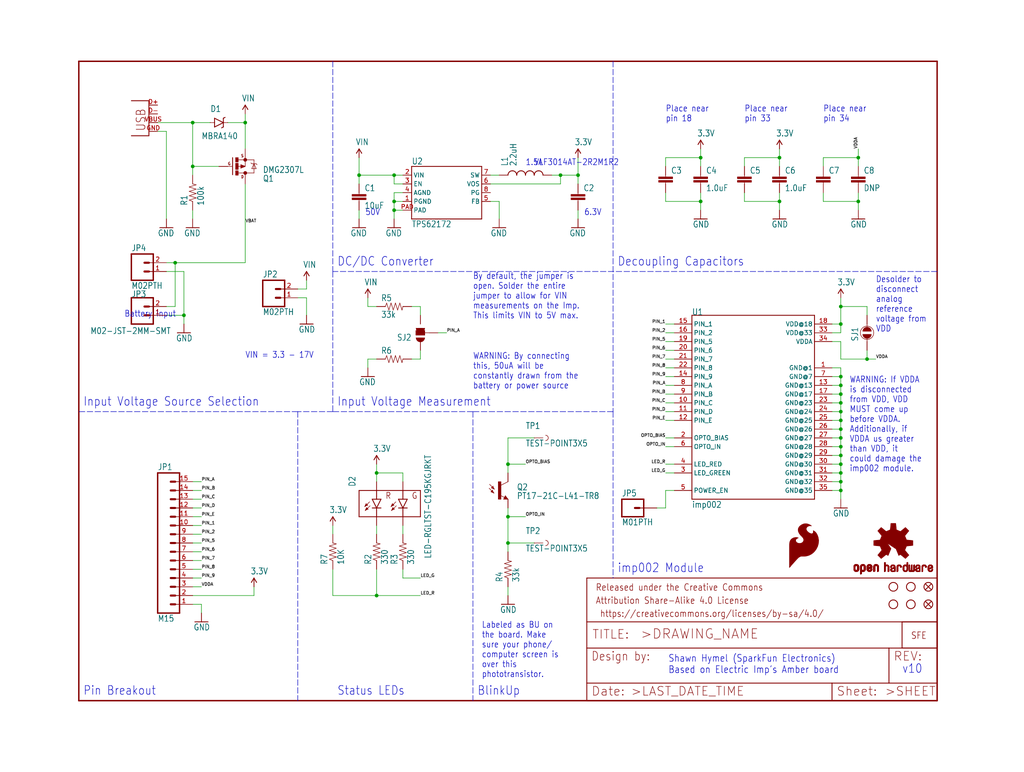
<source format=kicad_sch>
(kicad_sch (version 20211123) (generator eeschema)
  (paper "User" 297.002 223.926)
  (lib_symbols
    (symbol "eagleSchem-eagle-import:1.0UF-16V-10%(0603)"
      (property "Reference" "C" (at 1.524 2.921 0))
      (property "Value" "1.0UF-16V-10%(0603)" (at 1.524 -2.159 0))
      (symbol "1.0UF-16V-10%(0603)_1_0"
        (pin passive line (at 0 5.08 270) (length 2.54) (name "1") (number "1"))
        (pin passive line (at 0 -2.54 90) (length 2.54) (name "2") (number "2"))
      )
    )
    (symbol "eagleSchem-eagle-import:100KOHM1{slash}10W1%(0603)"
      (property "Reference" "R" (at -3.81 1.4986 0))
      (property "Value" "100KOHM1{slash}10W1%(0603)" (at -3.81 -3.302 0))
      (symbol "100KOHM1{slash}10W1%(0603)_1_0"
        (pin passive line (at -5.08 0 0) (length 2.54) (name "1") (number "1"))
        (pin passive line (at 5.08 0 180) (length 2.54) (name "2") (number "2"))
      )
    )
    (symbol "eagleSchem-eagle-import:10KOHM1{slash}10W1%(0603)0603"
      (property "Reference" "R" (at -3.81 1.4986 0))
      (property "Value" "10KOHM1{slash}10W1%(0603)0603" (at -3.81 -3.302 0))
      (symbol "10KOHM1{slash}10W1%(0603)0603_1_0"
        (pin passive line (at -5.08 0 0) (length 2.54) (name "1") (number "1"))
        (pin passive line (at 5.08 0 180) (length 2.54) (name "2") (number "2"))
      )
    )
    (symbol "eagleSchem-eagle-import:3.3V" (power)
      (property "Value" "3.3V" (at -1.016 3.556 0))
      (symbol "3.3V_1_0"
        (pin power_in line (at 0 0 90) (length 2.54) (name "3.3V") (number "1"))
      )
    )
    (symbol "eagleSchem-eagle-import:330OHM1{slash}10W1%(0603)"
      (property "Reference" "R" (at -3.81 1.4986 0))
      (property "Value" "330OHM1{slash}10W1%(0603)" (at -3.81 -3.302 0))
      (symbol "330OHM1{slash}10W1%(0603)_1_0"
        (pin passive line (at -5.08 0 0) (length 2.54) (name "1") (number "1"))
        (pin passive line (at 5.08 0 180) (length 2.54) (name "2") (number "2"))
      )
    )
    (symbol "eagleSchem-eagle-import:33KOHM1{slash}10W1%(0603)"
      (property "Reference" "R" (at -3.81 1.4986 0))
      (property "Value" "33KOHM1{slash}10W1%(0603)" (at -3.81 -3.302 0))
      (symbol "33KOHM1{slash}10W1%(0603)_1_0"
        (pin passive line (at -5.08 0 0) (length 2.54) (name "1") (number "1"))
        (pin passive line (at 5.08 0 180) (length 2.54) (name "2") (number "2"))
      )
    )
    (symbol "eagleSchem-eagle-import:CAP0603-CAP"
      (property "Reference" "C" (at 1.524 2.921 0))
      (property "Value" "CAP0603-CAP" (at 1.524 -2.159 0))
      (symbol "CAP0603-CAP_1_0"
        (pin passive line (at 0 5.08 270) (length 2.54) (name "1") (number "1"))
        (pin passive line (at 0 -2.54 90) (length 2.54) (name "2") (number "2"))
      )
    )
    (symbol "eagleSchem-eagle-import:CAP0805"
      (property "Reference" "C" (at 1.524 2.921 0))
      (property "Value" "CAP0805" (at 1.524 -2.159 0))
      (symbol "CAP0805_1_0"
        (pin passive line (at 0 5.08 270) (length 2.54) (name "1") (number "1"))
        (pin passive line (at 0 -2.54 90) (length 2.54) (name "2") (number "2"))
      )
    )
    (symbol "eagleSchem-eagle-import:CAP1210"
      (property "Reference" "C" (at 1.524 2.921 0))
      (property "Value" "CAP1210" (at 1.524 -2.159 0))
      (symbol "CAP1210_1_0"
        (pin passive line (at 0 5.08 270) (length 2.54) (name "1") (number "1"))
        (pin passive line (at 0 -2.54 90) (length 2.54) (name "2") (number "2"))
      )
    )
    (symbol "eagleSchem-eagle-import:DIODE-SCHOTTKY-MBRA140"
      (property "Reference" "D" (at 2.54 0.4826 0))
      (property "Value" "DIODE-SCHOTTKY-MBRA140" (at 2.54 -2.3114 0))
      (symbol "DIODE-SCHOTTKY-MBRA140_1_0"
        (pin passive line (at -2.54 0 0) (length 0) (name "A") (number "A"))
        (pin passive line (at 2.54 0 180) (length 0) (name "C") (number "C"))
      )
    )
    (symbol "eagleSchem-eagle-import:ELECTRIC_IMP_IMP002"
      (property "Reference" "U" (at -17.78 25.4 0))
      (property "Value" "ELECTRIC_IMP_IMP002" (at -17.78 -30.48 0))
      (symbol "ELECTRIC_IMP_IMP002_1_0"
        (pin bidirectional line (at 22.86 10.16 180) (length 5.08) (name "GND@1") (number "1"))
        (pin bidirectional line (at -22.86 0 0) (length 5.08) (name "PIN_C") (number "10"))
        (pin bidirectional line (at -22.86 -2.54 0) (length 5.08) (name "PIN_D") (number "11"))
        (pin bidirectional line (at -22.86 -5.08 0) (length 5.08) (name "PIN_E") (number "12"))
        (pin bidirectional line (at 22.86 5.08 180) (length 5.08) (name "GND@13") (number "13"))
        (pin bidirectional line (at -22.86 7.62 0) (length 5.08) (name "PIN_9") (number "14"))
        (pin bidirectional line (at -22.86 22.86 0) (length 5.08) (name "PIN_1") (number "15"))
        (pin bidirectional line (at -22.86 20.32 0) (length 5.08) (name "PIN_2") (number "16"))
        (pin bidirectional line (at 22.86 2.54 180) (length 5.08) (name "GND@17") (number "17"))
        (pin bidirectional line (at 22.86 22.86 180) (length 5.08) (name "VDD@18") (number "18"))
        (pin bidirectional line (at -22.86 17.78 0) (length 5.08) (name "PIN_5") (number "19"))
        (pin bidirectional line (at -22.86 -10.16 0) (length 5.08) (name "OPTO_BIAS") (number "2"))
        (pin bidirectional line (at -22.86 15.24 0) (length 5.08) (name "PIN_6") (number "20"))
        (pin bidirectional line (at -22.86 12.7 0) (length 5.08) (name "PIN_7") (number "21"))
        (pin bidirectional line (at -22.86 10.16 0) (length 5.08) (name "PIN_8") (number "22"))
        (pin bidirectional line (at 22.86 0 180) (length 5.08) (name "GND@23") (number "23"))
        (pin bidirectional line (at 22.86 -2.54 180) (length 5.08) (name "GND@24") (number "24"))
        (pin bidirectional line (at 22.86 -5.08 180) (length 5.08) (name "GND@25") (number "25"))
        (pin bidirectional line (at 22.86 -7.62 180) (length 5.08) (name "GND@26") (number "26"))
        (pin bidirectional line (at 22.86 -10.16 180) (length 5.08) (name "GND@27") (number "27"))
        (pin bidirectional line (at 22.86 -12.7 180) (length 5.08) (name "GND@28") (number "28"))
        (pin bidirectional line (at 22.86 -15.24 180) (length 5.08) (name "GND@29") (number "29"))
        (pin bidirectional line (at -22.86 -20.32 0) (length 5.08) (name "LED_GREEN") (number "3"))
        (pin bidirectional line (at 22.86 -17.78 180) (length 5.08) (name "GND@30") (number "30"))
        (pin bidirectional line (at 22.86 -20.32 180) (length 5.08) (name "GND@31") (number "31"))
        (pin bidirectional line (at 22.86 -22.86 180) (length 5.08) (name "GND@32") (number "32"))
        (pin bidirectional line (at 22.86 20.32 180) (length 5.08) (name "VDD@33") (number "33"))
        (pin bidirectional line (at 22.86 17.78 180) (length 5.08) (name "VDDA") (number "34"))
        (pin bidirectional line (at 22.86 -25.4 180) (length 5.08) (name "GND@35") (number "35"))
        (pin bidirectional line (at -22.86 -17.78 0) (length 5.08) (name "LED_RED") (number "4"))
        (pin bidirectional line (at -22.86 -25.4 0) (length 5.08) (name "POWER_EN") (number "5"))
        (pin bidirectional line (at -22.86 -12.7 0) (length 5.08) (name "OPTO_IN") (number "6"))
        (pin bidirectional line (at 22.86 7.62 180) (length 5.08) (name "GND@7") (number "7"))
        (pin bidirectional line (at -22.86 5.08 0) (length 5.08) (name "PIN_A") (number "8"))
        (pin bidirectional line (at -22.86 2.54 0) (length 5.08) (name "PIN_B") (number "9"))
      )
    )
    (symbol "eagleSchem-eagle-import:FIDUCIAL1X2")
    (symbol "eagleSchem-eagle-import:FRAME-LETTER"
      (symbol "FRAME-LETTER_2_0"
        (text " https://creativecommons.org/licenses/by-sa/4.0/" (at 2.54 24.13 0) (effects (font (size 1.9304 1.6408)) (justify left bottom)))
        (text ">DRAWING_NAME" (at 15.494 17.78 0) (effects (font (size 2.7432 2.7432)) (justify left bottom)))
        (text ">LAST_DATE_TIME" (at 12.7 1.27 0) (effects (font (size 2.54 2.54)) (justify left bottom)))
        (text ">SHEET" (at 86.36 1.27 0) (effects (font (size 2.54 2.54)) (justify left bottom)))
        (text "Attribution Share-Alike 4.0 License" (at 2.54 27.94 0) (effects (font (size 1.9304 1.6408)) (justify left bottom)))
        (text "Date:" (at 1.27 1.27 0) (effects (font (size 2.54 2.54)) (justify left bottom)))
        (text "Design by:" (at 1.27 11.43 0) (effects (font (size 2.54 2.159)) (justify left bottom)))
        (text "Released under the Creative Commons" (at 2.54 31.75 0) (effects (font (size 1.9304 1.6408)) (justify left bottom)))
        (text "REV:" (at 88.9 11.43 0) (effects (font (size 2.54 2.54)) (justify left bottom)))
        (text "Sheet:" (at 72.39 1.27 0) (effects (font (size 2.54 2.54)) (justify left bottom)))
        (text "TITLE:" (at 1.524 17.78 0) (effects (font (size 2.54 2.54)) (justify left bottom)))
      )
    )
    (symbol "eagleSchem-eagle-import:GND" (power)
      (property "Value" "GND" (at -2.54 -2.54 0))
      (symbol "GND_1_0"
        (pin power_in line (at 0 2.54 270) (length 2.54) (name "GND") (number "1"))
      )
    )
    (symbol "eagleSchem-eagle-import:INDUCTORVLF4012A"
      (property "Reference" "L" (at 2.54 5.08 0))
      (property "Value" "INDUCTORVLF4012A" (at 2.54 -5.08 0))
      (symbol "INDUCTORVLF4012A_1_0"
        (pin passive line (at 0 7.62 270) (length 2.54) (name "1") (number "P$1"))
        (pin passive line (at 0 -7.62 90) (length 2.54) (name "2") (number "P$2"))
      )
    )
    (symbol "eagleSchem-eagle-import:JUMPER-PAD-2-NC_BY_PASTE"
      (property "Reference" "SJ" (at -2.54 2.54 0))
      (property "Value" "JUMPER-PAD-2-NC_BY_PASTE" (at -2.54 -5.08 0))
      (symbol "JUMPER-PAD-2-NC_BY_PASTE_1_0"
        (pin passive line (at -5.08 0 0) (length 2.54) (name "1") (number "1"))
        (pin passive line (at 5.08 0 180) (length 2.54) (name "2") (number "2"))
      )
    )
    (symbol "eagleSchem-eagle-import:JUMPER-PAD-3-NOFULL_BOX_SILK"
      (property "Reference" "SJ" (at 2.54 0.381 0))
      (property "Value" "JUMPER-PAD-3-NOFULL_BOX_SILK" (at 2.54 -1.905 0))
      (symbol "JUMPER-PAD-3-NOFULL_BOX_SILK_1_0"
        (pin passive line (at 0 5.08 270) (length 2.54) (name "1") (number "1"))
        (pin passive line (at -5.08 0 0) (length 2.54) (name "2") (number "2"))
        (pin passive line (at 0 -5.08 90) (length 2.54) (name "3") (number "3"))
      )
    )
    (symbol "eagleSchem-eagle-import:LED-RGLTST-C195KGJRKT"
      (property "Reference" "D" (at 13.716 -4.572 90))
      (property "Value" "LED-RGLTST-C195KGJRKT" (at 15.875 -4.572 90))
      (symbol "LED-RGLTST-C195KGJRKT_1_0"
        (text "G" (at 7.62 0 0) (effects (font (size 1.778 1.5113)) (justify left bottom)))
        (text "R" (at 0 0 0) (effects (font (size 1.778 1.5113)) (justify left bottom)))
        (pin passive line (at 5.08 5.08 270) (length 2.54) (name "GA") (number "P$1"))
        (pin passive line (at -2.54 5.08 270) (length 2.54) (name "RA") (number "P$2"))
        (pin passive line (at 5.08 -7.62 90) (length 2.54) (name "GC") (number "P$3"))
        (pin passive line (at -2.54 -7.62 90) (length 2.54) (name "RC") (number "P$4"))
      )
    )
    (symbol "eagleSchem-eagle-import:M01PTH"
      (property "Reference" "JP" (at -2.54 3.302 0))
      (property "Value" "M01PTH" (at -2.54 -5.08 0))
      (symbol "M01PTH_1_0"
        (pin passive line (at 7.62 0 180) (length 5.08) (name "1") (number "1"))
      )
    )
    (symbol "eagleSchem-eagle-import:M02-JST-2MM-SMT"
      (property "Reference" "JP" (at -2.54 5.842 0))
      (property "Value" "M02-JST-2MM-SMT" (at -2.54 -5.08 0))
      (symbol "M02-JST-2MM-SMT_1_0"
        (pin passive line (at 7.62 2.54 180) (length 5.08) (name "2") (number "1"))
        (pin passive line (at 7.62 0 180) (length 5.08) (name "1") (number "2"))
      )
    )
    (symbol "eagleSchem-eagle-import:M02PTH"
      (property "Reference" "JP" (at -2.54 5.842 0))
      (property "Value" "M02PTH" (at -2.54 -5.08 0))
      (symbol "M02PTH_1_0"
        (pin passive line (at 7.62 0 180) (length 5.08) (name "1") (number "1"))
        (pin passive line (at 7.62 2.54 180) (length 5.08) (name "2") (number "2"))
      )
    )
    (symbol "eagleSchem-eagle-import:M15"
      (property "Reference" "JP" (at 0 21.082 0))
      (property "Value" "M15" (at 0 -22.86 0))
      (symbol "M15_1_0"
        (pin passive line (at 10.16 -17.78 180) (length 5.08) (name "1") (number "1"))
        (pin passive line (at 10.16 5.08 180) (length 5.08) (name "10") (number "10"))
        (pin passive line (at 10.16 7.62 180) (length 5.08) (name "11") (number "11"))
        (pin passive line (at 10.16 10.16 180) (length 5.08) (name "12") (number "12"))
        (pin passive line (at 10.16 12.7 180) (length 5.08) (name "13") (number "13"))
        (pin passive line (at 10.16 15.24 180) (length 5.08) (name "14") (number "14"))
        (pin passive line (at 10.16 17.78 180) (length 5.08) (name "15") (number "15"))
        (pin passive line (at 10.16 -15.24 180) (length 5.08) (name "2") (number "2"))
        (pin passive line (at 10.16 -12.7 180) (length 5.08) (name "3") (number "3"))
        (pin passive line (at 10.16 -10.16 180) (length 5.08) (name "4") (number "4"))
        (pin passive line (at 10.16 -7.62 180) (length 5.08) (name "5") (number "5"))
        (pin passive line (at 10.16 -5.08 180) (length 5.08) (name "6") (number "6"))
        (pin passive line (at 10.16 -2.54 180) (length 5.08) (name "7") (number "7"))
        (pin passive line (at 10.16 0 180) (length 5.08) (name "8") (number "8"))
        (pin passive line (at 10.16 2.54 180) (length 5.08) (name "9") (number "9"))
      )
    )
    (symbol "eagleSchem-eagle-import:MOSFET-PCHANNELDMG2307L"
      (property "Reference" "Q" (at 5.08 2.54 0))
      (property "Value" "MOSFET-PCHANNELDMG2307L" (at 5.08 0 0))
      (symbol "MOSFET-PCHANNELDMG2307L_1_0"
        (text "D" (at -1.27 2.54 0) (effects (font (size 0.8128 0.6908)) (justify left bottom)))
        (text "G" (at -5.08 -1.27 0) (effects (font (size 0.8128 0.6908)) (justify left bottom)))
        (text "S" (at -1.27 -3.556 0) (effects (font (size 0.8128 0.6908)) (justify left bottom)))
        (pin passive line (at -7.62 0 0) (length 2.54) (name "G") (number "1"))
        (pin passive line (at 0 -5.08 90) (length 2.54) (name "S") (number "2"))
        (pin passive line (at 0 5.08 270) (length 2.54) (name "D") (number "3"))
      )
    )
    (symbol "eagleSchem-eagle-import:OSHW-LOGOS")
    (symbol "eagleSchem-eagle-import:PHOTOTRANSISTORPT17-21C-L41-TR8"
      (property "Reference" "Q" (at 5.08 0 0))
      (property "Value" "PHOTOTRANSISTORPT17-21C-L41-TR8" (at 5.08 -2.54 0))
      (symbol "PHOTOTRANSISTORPT17-21C-L41-TR8_1_0"
        (pin passive line (at 2.54 5.08 270) (length 2.54) (name "C") (number "C"))
        (pin passive line (at 2.54 -5.08 90) (length 2.54) (name "E") (number "E"))
      )
    )
    (symbol "eagleSchem-eagle-import:RESISTOR0603"
      (property "Reference" "R" (at -3.81 1.4986 0))
      (property "Value" "RESISTOR0603" (at -3.81 -3.302 0))
      (symbol "RESISTOR0603_1_0"
        (pin passive line (at -5.08 0 0) (length 2.54) (name "1") (number "1"))
        (pin passive line (at 5.08 0 180) (length 2.54) (name "2") (number "2"))
      )
    )
    (symbol "eagleSchem-eagle-import:SFE_LOGO_FLAME.1_INCH")
    (symbol "eagleSchem-eagle-import:SFE_LOGO_NAME_WEB"
      (symbol "SFE_LOGO_NAME_WEB_1_0"
        (text "SFE" (at 0 0 0) (effects (font (size 1.9304 1.6408)) (justify left bottom)))
      )
    )
    (symbol "eagleSchem-eagle-import:STAND-OFF")
    (symbol "eagleSchem-eagle-import:TEST-POINT3X5"
      (property "Reference" "TP" (at -2.54 2.54 0))
      (property "Value" "TEST-POINT3X5" (at -2.54 -2.54 0))
      (symbol "TEST-POINT3X5_1_0"
        (pin bidirectional line (at 0 0 180) (length 0) (name "1") (number "P$1"))
      )
    )
    (symbol "eagleSchem-eagle-import:TPS62172"
      (property "Reference" "U" (at -10.16 8.128 0))
      (property "Value" "TPS62172" (at -10.16 -8.128 0))
      (symbol "TPS62172_1_0"
        (pin bidirectional line (at -12.7 -2.54 0) (length 2.54) (name "PGND") (number "1"))
        (pin bidirectional line (at -12.7 5.08 0) (length 2.54) (name "VIN") (number "2"))
        (pin bidirectional line (at -12.7 2.54 0) (length 2.54) (name "EN") (number "3"))
        (pin bidirectional line (at -12.7 0 0) (length 2.54) (name "AGND") (number "4"))
        (pin bidirectional line (at 12.7 -2.54 180) (length 2.54) (name "FB") (number "5"))
        (pin bidirectional line (at 12.7 2.54 180) (length 2.54) (name "VOS") (number "6"))
        (pin bidirectional line (at 12.7 5.08 180) (length 2.54) (name "SW") (number "7"))
        (pin bidirectional line (at 12.7 0 180) (length 2.54) (name "PG") (number "8"))
        (pin bidirectional line (at -12.7 -5.08 0) (length 2.54) (name "PAD") (number "PAD"))
      )
    )
    (symbol "eagleSchem-eagle-import:USBSMD"
      (symbol "USBSMD_1_0"
        (text "USB" (at 3.81 0 900) (effects (font (size 2.54 2.159)) (justify left bottom)))
        (pin bidirectional line (at -2.54 7.62 0) (length 2.54) (name "D+") (number "D+"))
        (pin bidirectional line (at -2.54 5.08 0) (length 2.54) (name "D-") (number "D-"))
        (pin bidirectional line (at -2.54 0 0) (length 2.54) (name "GND") (number "GND"))
        (pin bidirectional line (at -2.54 2.54 0) (length 2.54) (name "VBUS") (number "VBUS"))
      )
    )
    (symbol "eagleSchem-eagle-import:VIN" (power)
      (property "Value" "VIN" (at -1.016 3.556 0))
      (symbol "VIN_1_0"
        (pin power_in line (at 0 0 90) (length 2.54) (name "VIN") (number "1"))
      )
    )
  )
  (junction (at 248.92 58.42))
  (junction (at 147.32 134.62))
  (junction (at 243.84 139.7))
  (junction (at 162.56 50.8))
  (junction (at 114.3 58.42))
  (junction (at 243.84 124.46))
  (junction (at 243.84 121.92))
  (junction (at 109.22 137.16))
  (junction (at 243.84 93.98))
  (junction (at 203.2 58.42))
  (junction (at 243.84 127))
  (junction (at 248.92 45.72))
  (junction (at 147.32 157.48))
  (junction (at 50.8 76.2))
  (junction (at 243.84 132.08))
  (junction (at 104.14 50.8))
  (junction (at 53.34 91.44))
  (junction (at 243.84 109.22))
  (junction (at 147.32 149.86))
  (junction (at 167.64 50.8))
  (junction (at 114.3 50.8))
  (junction (at 114.3 60.96))
  (junction (at 55.88 48.26))
  (junction (at 243.84 111.76))
  (junction (at 226.06 58.42))
  (junction (at 251.46 104.14))
  (junction (at 243.84 114.3))
  (junction (at 243.84 142.24))
  (junction (at 226.06 45.72))
  (junction (at 243.84 129.54))
  (junction (at 243.84 134.62))
  (junction (at 243.84 116.84))
  (junction (at 243.84 137.16))
  (junction (at 243.84 88.9))
  (junction (at 243.84 119.38))
  (junction (at 203.2 45.72))
  (junction (at 109.22 172.72))
  (junction (at 55.88 35.56))
  (junction (at 71.12 35.56))
  (wire (pts (xy 241.3 93.98) (xy 243.84 93.98)))
  (wire (pts (xy 241.3 121.92) (xy 243.84 121.92)))
  (wire (pts (xy 226.06 45.72) (xy 226.06 43.18)))
  (wire (pts (xy 195.58 121.92) (xy 193.04 121.92)))
  (wire (pts (xy 195.58 137.16) (xy 193.04 137.16)))
  (wire (pts (xy 226.06 58.42) (xy 226.06 55.88)))
  (wire (pts (xy 142.24 53.34) (xy 162.56 53.34)))
  (wire (pts (xy 243.84 121.92) (xy 243.84 124.46)))
  (wire (pts (xy 55.88 144.78) (xy 58.42 144.78)))
  (wire (pts (xy 241.3 137.16) (xy 243.84 137.16)))
  (wire (pts (xy 116.84 137.16) (xy 116.84 139.7)))
  (wire (pts (xy 241.3 142.24) (xy 243.84 142.24)))
  (wire (pts (xy 251.46 88.9) (xy 251.46 91.44)))
  (wire (pts (xy 58.42 160.02) (xy 55.88 160.02)))
  (polyline (pts (xy 177.8 119.38) (xy 137.16 119.38)))
  (wire (pts (xy 195.58 116.84) (xy 193.04 116.84)))
  (wire (pts (xy 144.78 58.42) (xy 144.78 63.5)))
  (wire (pts (xy 114.3 50.8) (xy 104.14 50.8)))
  (wire (pts (xy 73.66 172.72) (xy 73.66 170.18)))
  (wire (pts (xy 238.76 48.26) (xy 238.76 45.72)))
  (polyline (pts (xy 177.8 17.78) (xy 177.8 119.38)))
  (polyline (pts (xy 177.8 119.38) (xy 177.8 167.64)))
  (wire (pts (xy 147.32 149.86) (xy 147.32 157.48)))
  (wire (pts (xy 162.56 50.8) (xy 167.64 50.8)))
  (wire (pts (xy 241.3 132.08) (xy 243.84 132.08)))
  (wire (pts (xy 58.42 175.26) (xy 58.42 177.8)))
  (wire (pts (xy 243.84 116.84) (xy 243.84 119.38)))
  (wire (pts (xy 104.14 50.8) (xy 104.14 45.72)))
  (wire (pts (xy 66.04 35.56) (xy 71.12 35.56)))
  (wire (pts (xy 86.36 86.36) (xy 88.9 86.36)))
  (wire (pts (xy 147.32 149.86) (xy 152.4 149.86)))
  (wire (pts (xy 203.2 45.72) (xy 203.2 43.18)))
  (wire (pts (xy 114.3 58.42) (xy 114.3 60.96)))
  (wire (pts (xy 243.84 139.7) (xy 243.84 142.24)))
  (wire (pts (xy 215.9 55.88) (xy 215.9 58.42)))
  (wire (pts (xy 167.64 63.5) (xy 167.64 60.96)))
  (wire (pts (xy 195.58 104.14) (xy 193.04 104.14)))
  (wire (pts (xy 114.3 53.34) (xy 114.3 50.8)))
  (wire (pts (xy 119.38 88.9) (xy 121.92 88.9)))
  (wire (pts (xy 58.42 175.26) (xy 55.88 175.26)))
  (wire (pts (xy 147.32 127) (xy 147.32 134.62)))
  (wire (pts (xy 147.32 157.48) (xy 147.32 160.02)))
  (wire (pts (xy 114.3 55.88) (xy 114.3 58.42)))
  (wire (pts (xy 48.26 76.2) (xy 50.8 76.2)))
  (wire (pts (xy 71.12 76.2) (xy 71.12 53.34)))
  (wire (pts (xy 238.76 45.72) (xy 248.92 45.72)))
  (wire (pts (xy 243.84 119.38) (xy 243.84 121.92)))
  (wire (pts (xy 243.84 132.08) (xy 243.84 134.62)))
  (wire (pts (xy 243.84 127) (xy 243.84 129.54)))
  (wire (pts (xy 109.22 137.16) (xy 116.84 137.16)))
  (wire (pts (xy 195.58 106.68) (xy 193.04 106.68)))
  (wire (pts (xy 116.84 152.4) (xy 116.84 154.94)))
  (wire (pts (xy 241.3 114.3) (xy 243.84 114.3)))
  (wire (pts (xy 45.72 38.1) (xy 48.26 38.1)))
  (wire (pts (xy 86.36 83.82) (xy 88.9 83.82)))
  (wire (pts (xy 193.04 147.32) (xy 190.5 147.32)))
  (polyline (pts (xy 96.52 78.74) (xy 96.52 119.38)))
  (polyline (pts (xy 86.36 119.38) (xy 86.36 203.2)))
  (wire (pts (xy 48.26 38.1) (xy 48.26 63.5)))
  (polyline (pts (xy 96.52 119.38) (xy 86.36 119.38)))
  (wire (pts (xy 243.84 99.06) (xy 243.84 104.14)))
  (wire (pts (xy 162.56 53.34) (xy 162.56 50.8)))
  (wire (pts (xy 251.46 104.14) (xy 254 104.14)))
  (wire (pts (xy 147.32 137.16) (xy 147.32 134.62)))
  (wire (pts (xy 238.76 58.42) (xy 248.92 58.42)))
  (wire (pts (xy 71.12 35.56) (xy 71.12 43.18)))
  (wire (pts (xy 55.88 147.32) (xy 58.42 147.32)))
  (wire (pts (xy 50.8 76.2) (xy 71.12 76.2)))
  (wire (pts (xy 243.84 93.98) (xy 243.84 88.9)))
  (wire (pts (xy 55.88 149.86) (xy 58.42 149.86)))
  (wire (pts (xy 71.12 35.56) (xy 71.12 33.02)))
  (wire (pts (xy 167.64 50.8) (xy 167.64 45.72)))
  (wire (pts (xy 195.58 101.6) (xy 193.04 101.6)))
  (wire (pts (xy 243.84 142.24) (xy 243.84 144.78)))
  (wire (pts (xy 127 96.52) (xy 129.54 96.52)))
  (wire (pts (xy 248.92 45.72) (xy 248.92 48.26)))
  (wire (pts (xy 193.04 48.26) (xy 193.04 45.72)))
  (wire (pts (xy 48.26 91.44) (xy 53.34 91.44)))
  (wire (pts (xy 96.52 154.94) (xy 96.52 152.4)))
  (wire (pts (xy 55.88 139.7) (xy 58.42 139.7)))
  (wire (pts (xy 53.34 78.74) (xy 53.34 91.44)))
  (wire (pts (xy 109.22 104.14) (xy 106.68 104.14)))
  (wire (pts (xy 241.3 134.62) (xy 243.84 134.62)))
  (wire (pts (xy 243.84 124.46) (xy 243.84 127)))
  (wire (pts (xy 195.58 96.52) (xy 193.04 96.52)))
  (wire (pts (xy 106.68 86.36) (xy 106.68 88.9)))
  (wire (pts (xy 114.3 60.96) (xy 114.3 63.5)))
  (wire (pts (xy 109.22 139.7) (xy 109.22 137.16)))
  (wire (pts (xy 193.04 142.24) (xy 193.04 147.32)))
  (wire (pts (xy 193.04 58.42) (xy 203.2 58.42)))
  (polyline (pts (xy 137.16 119.38) (xy 137.16 203.2)))
  (wire (pts (xy 241.3 99.06) (xy 243.84 99.06)))
  (wire (pts (xy 88.9 83.82) (xy 88.9 81.28)))
  (wire (pts (xy 58.42 170.18) (xy 55.88 170.18)))
  (wire (pts (xy 109.22 152.4) (xy 109.22 154.94)))
  (wire (pts (xy 215.9 48.26) (xy 215.9 45.72)))
  (wire (pts (xy 195.58 142.24) (xy 193.04 142.24)))
  (wire (pts (xy 243.84 109.22) (xy 243.84 111.76)))
  (wire (pts (xy 116.84 165.1) (xy 116.84 167.64)))
  (wire (pts (xy 58.42 162.56) (xy 55.88 162.56)))
  (wire (pts (xy 243.84 88.9) (xy 251.46 88.9)))
  (wire (pts (xy 243.84 111.76) (xy 243.84 114.3)))
  (wire (pts (xy 243.84 137.16) (xy 243.84 139.7)))
  (wire (pts (xy 116.84 58.42) (xy 114.3 58.42)))
  (wire (pts (xy 243.84 104.14) (xy 251.46 104.14)))
  (wire (pts (xy 243.84 134.62) (xy 243.84 137.16)))
  (wire (pts (xy 50.8 88.9) (xy 48.26 88.9)))
  (wire (pts (xy 109.22 137.16) (xy 109.22 134.62)))
  (wire (pts (xy 147.32 147.32) (xy 147.32 149.86)))
  (wire (pts (xy 195.58 109.22) (xy 193.04 109.22)))
  (wire (pts (xy 195.58 129.54) (xy 193.04 129.54)))
  (wire (pts (xy 53.34 91.44) (xy 53.34 93.98)))
  (wire (pts (xy 241.3 116.84) (xy 243.84 116.84)))
  (wire (pts (xy 104.14 53.34) (xy 104.14 50.8)))
  (wire (pts (xy 58.42 154.94) (xy 55.88 154.94)))
  (wire (pts (xy 215.9 45.72) (xy 226.06 45.72)))
  (wire (pts (xy 251.46 104.14) (xy 251.46 101.6)))
  (wire (pts (xy 193.04 55.88) (xy 193.04 58.42)))
  (wire (pts (xy 147.32 170.18) (xy 147.32 172.72)))
  (wire (pts (xy 203.2 58.42) (xy 203.2 60.96)))
  (wire (pts (xy 162.56 50.8) (xy 160.02 50.8)))
  (wire (pts (xy 238.76 55.88) (xy 238.76 58.42)))
  (wire (pts (xy 116.84 55.88) (xy 114.3 55.88)))
  (wire (pts (xy 116.84 50.8) (xy 114.3 50.8)))
  (wire (pts (xy 55.88 172.72) (xy 73.66 172.72)))
  (wire (pts (xy 241.3 119.38) (xy 243.84 119.38)))
  (wire (pts (xy 248.92 58.42) (xy 248.92 55.88)))
  (wire (pts (xy 55.88 142.24) (xy 58.42 142.24)))
  (wire (pts (xy 226.06 45.72) (xy 226.06 48.26)))
  (polyline (pts (xy 137.16 119.38) (xy 96.52 119.38)))
  (wire (pts (xy 63.5 48.26) (xy 55.88 48.26)))
  (wire (pts (xy 241.3 106.68) (xy 243.84 106.68)))
  (wire (pts (xy 147.32 134.62) (xy 152.4 134.62)))
  (wire (pts (xy 243.84 88.9) (xy 243.84 86.36)))
  (wire (pts (xy 109.22 165.1) (xy 109.22 172.72)))
  (wire (pts (xy 50.8 88.9) (xy 50.8 76.2)))
  (wire (pts (xy 55.88 50.8) (xy 55.88 48.26)))
  (wire (pts (xy 121.92 101.6) (xy 121.92 104.14)))
  (wire (pts (xy 243.84 106.68) (xy 243.84 109.22)))
  (wire (pts (xy 154.94 157.48) (xy 147.32 157.48)))
  (wire (pts (xy 241.3 127) (xy 243.84 127)))
  (wire (pts (xy 144.78 58.42) (xy 142.24 58.42)))
  (wire (pts (xy 248.92 58.42) (xy 248.92 60.96)))
  (wire (pts (xy 55.88 48.26) (xy 55.88 35.56)))
  (polyline (pts (xy 271.78 78.74) (xy 96.52 78.74)))
  (wire (pts (xy 195.58 114.3) (xy 193.04 114.3)))
  (wire (pts (xy 58.42 157.48) (xy 55.88 157.48)))
  (wire (pts (xy 195.58 127) (xy 193.04 127)))
  (wire (pts (xy 121.92 104.14) (xy 119.38 104.14)))
  (wire (pts (xy 241.3 96.52) (xy 243.84 96.52)))
  (wire (pts (xy 243.84 129.54) (xy 243.84 132.08)))
  (wire (pts (xy 106.68 88.9) (xy 109.22 88.9)))
  (wire (pts (xy 203.2 58.42) (xy 203.2 55.88)))
  (wire (pts (xy 195.58 119.38) (xy 193.04 119.38)))
  (wire (pts (xy 106.68 104.14) (xy 106.68 106.68)))
  (wire (pts (xy 195.58 111.76) (xy 193.04 111.76)))
  (wire (pts (xy 116.84 60.96) (xy 114.3 60.96)))
  (wire (pts (xy 195.58 134.62) (xy 193.04 134.62)))
  (wire (pts (xy 55.88 60.96) (xy 55.88 63.5)))
  (wire (pts (xy 116.84 53.34) (xy 114.3 53.34)))
  (wire (pts (xy 96.52 172.72) (xy 96.52 165.1)))
  (wire (pts (xy 241.3 109.22) (xy 243.84 109.22)))
  (wire (pts (xy 116.84 167.64) (xy 121.92 167.64)))
  (wire (pts (xy 241.3 124.46) (xy 243.84 124.46)))
  (wire (pts (xy 248.92 45.72) (xy 248.92 43.18)))
  (wire (pts (xy 226.06 58.42) (xy 226.06 60.96)))
  (wire (pts (xy 45.72 35.56) (xy 55.88 35.56)))
  (wire (pts (xy 215.9 58.42) (xy 226.06 58.42)))
  (wire (pts (xy 241.3 111.76) (xy 243.84 111.76)))
  (wire (pts (xy 55.88 35.56) (xy 60.96 35.56)))
  (wire (pts (xy 58.42 165.1) (xy 55.88 165.1)))
  (wire (pts (xy 167.64 53.34) (xy 167.64 50.8)))
  (wire (pts (xy 109.22 172.72) (xy 96.52 172.72)))
  (wire (pts (xy 243.84 96.52) (xy 243.84 93.98)))
  (wire (pts (xy 88.9 86.36) (xy 88.9 91.44)))
  (wire (pts (xy 58.42 152.4) (xy 55.88 152.4)))
  (wire (pts (xy 195.58 99.06) (xy 193.04 99.06)))
  (wire (pts (xy 104.14 63.5) (xy 104.14 60.96)))
  (polyline (pts (xy 86.36 119.38) (xy 22.86 119.38)))
  (wire (pts (xy 193.04 45.72) (xy 203.2 45.72)))
  (wire (pts (xy 241.3 139.7) (xy 243.84 139.7)))
  (wire (pts (xy 48.26 78.74) (xy 53.34 78.74)))
  (wire (pts (xy 58.42 167.64) (xy 55.88 167.64)))
  (wire (pts (xy 142.24 50.8) (xy 144.78 50.8)))
  (wire (pts (xy 109.22 172.72) (xy 121.92 172.72)))
  (polyline (pts (xy 96.52 17.78) (xy 96.52 78.74)))
  (wire (pts (xy 154.94 127) (xy 147.32 127)))
  (wire (pts (xy 121.92 88.9) (xy 121.92 91.44)))
  (wire (pts (xy 243.84 114.3) (xy 243.84 116.84)))
  (wire (pts (xy 203.2 48.26) (xy 203.2 45.72)))
  (wire (pts (xy 241.3 129.54) (xy 243.84 129.54)))
  (wire (pts (xy 195.58 93.98) (xy 193.04 93.98)))
  (text "Status LEDs" (at 97.79 201.93 180) (effects (font (size 2.54 2.159)) (justify left bottom)))
  (text "VLF3014AT-2R2M1R2" (at 154.94 48.26 180) (effects (font (size 1.778 1.5113)) (justify left bottom)))
  (text "1.5A" (at 152.4 48.26 180) (effects (font (size 1.778 1.5113)) (justify left bottom)))
  (text "DC/DC Converter" (at 97.79 77.47 180) (effects (font (size 2.54 2.159)) (justify left bottom)))
  (text "Decoupling Capacitors" (at 179.07 77.47 180) (effects (font (size 2.54 2.159)) (justify left bottom)))
  (text "Pin Breakout" (at 24.13 201.93 180) (effects (font (size 2.54 2.159)) (justify left bottom)))
  (text "WARNING: If VDDA\nis disconnected\nfrom VDD, VDD\nMUST come up\nbefore VDDA.\nAdditionally, if\nVDDA us greater\nthan VDD, it\ncould damage the\nimp002 module." (at 246.38 109.22 0) (effects (font (size 1.778 1.5113)) (justify left top)))
  (text "Labeled as BU on\nthe board. Make\nsure your phone/\ncomputer screen is\nover this\nphototransistor." (at 139.7 180.34 0) (effects (font (size 1.778 1.5113)) (justify left top)))
  (text "Battery Input" (at 36.068 92.202 180) (effects (font (size 1.778 1.5113)) (justify left bottom)))
  (text "6.3V" (at 169.418 62.738 180) (effects (font (size 1.778 1.5113)) (justify left bottom)))
  (text "Input Voltage Measurement" (at 97.79 118.11 180) (effects (font (size 2.54 2.159)) (justify left bottom)))
  (text "50V" (at 105.918 62.738 180) (effects (font (size 1.778 1.5113)) (justify left bottom)))
  (text "WARNING: By connecting\nthis, 50uA will be\nconstantly drawn from the\nbattery or power source" (at 137.16 113.03 0) (effects (font (size 1.778 1.5113)) (justify left bottom)))
  (text "v10" (at 261.62 195.58 180) (effects (font (size 2.54 2.159)) (justify left bottom)))
  (text "Input Voltage Source Selection" (at 24.13 118.11 180) (effects (font (size 2.54 2.159)) (justify left bottom)))
  (text "Place near\npin 18" (at 193.04 35.56 180) (effects (font (size 1.778 1.5113)) (justify left bottom)))
  (text "Desolder to\ndisconnect\nanalog\nreference\nvoltage from\nVDD" (at 254 96.52 0) (effects (font (size 1.778 1.5113)) (justify left bottom)))
  (text "Place near\npin 34" (at 238.76 35.56 180) (effects (font (size 1.778 1.5113)) (justify left bottom)))
  (text "Place near\npin 33" (at 215.9 35.56 180) (effects (font (size 1.778 1.5113)) (justify left bottom)))
  (text "Shawn Hymel (SparkFun Electronics)\nBased on Electric Imp's Amber board" (at 193.802 195.58 0) (effects (font (size 2.032 1.7272)) (justify left bottom)))
  (text "BlinkUp" (at 138.43 201.93 180) (effects (font (size 2.54 2.159)) (justify left bottom)))
  (text "imp002 Module" (at 179.07 166.37 180) (effects (font (size 2.54 2.159)) (justify left bottom)))
  (text "By default, the jumper is\nopen. Solder the entire\njumper to allow for VIN\nmeasurements on the Imp.\nThis limits VIN to 5V max." (at 137.16 92.71 0) (effects (font (size 1.778 1.5113)) (justify left bottom)))
  (text "VIN = 3.3 - 17V" (at 71.12 104.14 180) (effects (font (size 1.778 1.5113)) (justify left bottom)))
  (label "PIN_5" (at 58.42 157.48 0) (effects (font (size 0.889 0.889))))
  (label "VDDA" (at 58.42 170.18 0) (effects (font (size 0.889 0.889))))
  (label "OPTO_BIAS" (at 193.04 127 180) (effects (font (size 0.889 0.889))))
  (label "VDDA" (at 248.92 43.18 90) (effects (font (size 0.889 0.889))))
  (label "PIN_9" (at 193.04 109.22 180) (effects (font (size 0.889 0.889))))
  (label "VDDA" (at 254 104.14 0) (effects (font (size 0.889 0.889))))
  (label "PIN_E" (at 58.42 149.86 0) (effects (font (size 0.889 0.889))))
  (label "OPTO_BIAS" (at 152.4 134.62 0) (effects (font (size 0.889 0.889))))
  (label "PIN_D" (at 193.04 119.38 180) (effects (font (size 0.889 0.889))))
  (label "PIN_A" (at 193.04 111.76 180) (effects (font (size 0.889 0.889))))
  (label "PIN_1" (at 58.42 152.4 0) (effects (font (size 0.889 0.889))))
  (label "PIN_1" (at 193.04 93.98 180) (effects (font (size 0.889 0.889))))
  (label "PIN_C" (at 58.42 144.78 0) (effects (font (size 0.889 0.889))))
  (label "PIN_6" (at 58.42 160.02 0) (effects (font (size 0.889 0.889))))
  (label "PIN_8" (at 58.42 165.1 0) (effects (font (size 0.889 0.889))))
  (label "LED_R" (at 121.92 172.72 0) (effects (font (size 0.889 0.889))))
  (label "PIN_2" (at 193.04 96.52 180) (effects (font (size 0.889 0.889))))
  (label "PIN_B" (at 58.42 142.24 0) (effects (font (size 0.889 0.889))))
  (label "OPTO_IN" (at 193.04 129.54 180) (effects (font (size 0.889 0.889))))
  (label "PIN_D" (at 58.42 147.32 0) (effects (font (size 0.889 0.889))))
  (label "VBAT" (at 71.12 64.77 0) (effects (font (size 0.889 0.889))))
  (label "PIN_A" (at 129.54 96.52 0) (effects (font (size 0.889 0.889))))
  (label "PIN_7" (at 58.42 162.56 0) (effects (font (size 0.889 0.889))))
  (label "PIN_C" (at 193.04 116.84 180) (effects (font (size 0.889 0.889))))
  (label "PIN_7" (at 193.04 104.14 180) (effects (font (size 0.889 0.889))))
  (label "PIN_B" (at 193.04 114.3 180) (effects (font (size 0.889 0.889))))
  (label "PIN_5" (at 193.04 99.06 180) (effects (font (size 0.889 0.889))))
  (label "PIN_8" (at 193.04 106.68 180) (effects (font (size 0.889 0.889))))
  (label "LED_G" (at 121.92 167.64 0) (effects (font (size 0.889 0.889))))
  (label "LED_G" (at 193.04 137.16 180) (effects (font (size 0.889 0.889))))
  (label "PIN_A" (at 58.42 139.7 0) (effects (font (size 0.889 0.889))))
  (label "PIN_6" (at 193.04 101.6 180) (effects (font (size 0.889 0.889))))
  (label "OPTO_IN" (at 152.4 149.86 0) (effects (font (size 0.889 0.889))))
  (label "PIN_E" (at 193.04 121.92 180) (effects (font (size 0.889 0.889))))
  (label "PIN_9" (at 58.42 167.64 0) (effects (font (size 0.889 0.889))))
  (label "LED_R" (at 193.04 134.62 180) (effects (font (size 0.889 0.889))))
  (label "PIN_2" (at 58.42 154.94 0) (effects (font (size 0.889 0.889))))
  (symbol (lib_id "eagleSchem-eagle-import:GND") (at 114.3 66.04 0) (unit 1)
    (property "Reference" "#GND1" (effects hide))
    (property "Value" "GND" (at 111.76 68.58 0) (effects (font (size 1.778 1.5113)) (justify left bottom)))
    (property "Footprint" "eagleSchem:" (effects hide))
  )
  (symbol (lib_id "eagleSchem-eagle-import:VIN") (at 71.12 33.02 0) (unit 1)
    (property "Reference" "#U$7" (effects hide))
    (property "Value" "VIN" (at 70.104 29.464 0) (effects (font (size 1.778 1.5113)) (justify left bottom)))
    (property "Footprint" "eagleSchem:" (effects hide))
  )
  (symbol (lib_id "eagleSchem-eagle-import:GND") (at 243.84 147.32 0) (mirror y) (unit 1)
    (property "Reference" "#GND6" (effects hide))
    (property "Value" "GND" (at 246.38 149.86 0) (effects (font (size 1.778 1.5113)) (justify left bottom)))
    (property "Footprint" "eagleSchem:" (effects hide))
  )
  (symbol (lib_id "eagleSchem-eagle-import:100KOHM1{slash}10W1%(0603)") (at 55.88 55.88 90) (unit 1)
    (property "Reference" "R1" (at 54.3814 59.69 0) (effects (font (size 1.778 1.5113)) (justify left bottom)))
    (property "Value" "100k" (at 59.182 59.69 0) (effects (font (size 1.778 1.5113)) (justify left bottom)))
    (property "Footprint" "eagleSchem:0603-RES" (effects hide))
  )
  (symbol (lib_id "eagleSchem-eagle-import:330OHM1{slash}10W1%(0603)") (at 109.22 160.02 90) (unit 1)
    (property "Reference" "R2" (at 107.7214 163.83 0) (effects (font (size 1.778 1.5113)) (justify left bottom)))
    (property "Value" "330" (at 112.522 163.83 0) (effects (font (size 1.778 1.5113)) (justify left bottom)))
    (property "Footprint" "eagleSchem:0603-RES" (effects hide))
  )
  (symbol (lib_id "eagleSchem-eagle-import:STAND-OFF") (at 259.08 175.26 0) (unit 1)
    (property "Reference" "STANDOFF4" (effects hide))
    (property "Value" "STAND-OFF" (effects hide))
    (property "Footprint" "eagleSchem:STAND-OFF" (effects hide))
  )
  (symbol (lib_id "eagleSchem-eagle-import:JUMPER-PAD-2-NC_BY_PASTE") (at 251.46 96.52 90) (unit 1)
    (property "Reference" "SJ1" (at 248.92 99.06 0) (effects (font (size 1.778 1.5113)) (justify left bottom)))
    (property "Value" "JUMPER-PAD-2-NC_BY_PASTE" (effects hide))
    (property "Footprint" "eagleSchem:PAD-JUMPER-2-NC_BY_PASTE_YES_SILK" (effects hide))
  )
  (symbol (lib_id "eagleSchem-eagle-import:VIN") (at 88.9 81.28 0) (unit 1)
    (property "Reference" "#U$3" (effects hide))
    (property "Value" "VIN" (at 87.884 77.724 0) (effects (font (size 1.778 1.5113)) (justify left bottom)))
    (property "Footprint" "eagleSchem:" (effects hide))
  )
  (symbol (lib_id "eagleSchem-eagle-import:DIODE-SCHOTTKY-MBRA140") (at 63.5 35.56 0) (unit 1)
    (property "Reference" "D1" (at 60.96 32.5374 0) (effects (font (size 1.778 1.5113)) (justify left bottom)))
    (property "Value" "MBRA140" (at 58.42 40.4114 0) (effects (font (size 1.778 1.5113)) (justify left bottom)))
    (property "Footprint" "eagleSchem:SMA-DIODE" (effects hide))
  )
  (symbol (lib_id "eagleSchem-eagle-import:TEST-POINT3X5") (at 154.94 157.48 0) (unit 1)
    (property "Reference" "TP2" (at 152.4 154.94 0) (effects (font (size 1.778 1.5113)) (justify left bottom)))
    (property "Value" "TEST-POINT3X5" (at 152.4 160.02 0) (effects (font (size 1.778 1.5113)) (justify left bottom)))
    (property "Footprint" "eagleSchem:PAD.03X.05" (effects hide))
  )
  (symbol (lib_id "eagleSchem-eagle-import:1.0UF-16V-10%(0603)") (at 226.06 53.34 0) (unit 1)
    (property "Reference" "C6" (at 227.584 50.419 0) (effects (font (size 1.778 1.5113)) (justify left bottom)))
    (property "Value" "1.0uF" (at 227.584 55.499 0) (effects (font (size 1.778 1.5113)) (justify left bottom)))
    (property "Footprint" "eagleSchem:0603-CAP" (effects hide))
  )
  (symbol (lib_id "eagleSchem-eagle-import:PHOTOTRANSISTORPT17-21C-L41-TR8") (at 144.78 142.24 0) (unit 1)
    (property "Reference" "Q2" (at 149.86 142.24 0) (effects (font (size 1.778 1.5113)) (justify left bottom)))
    (property "Value" "PT17-21C-L41-TR8" (at 149.86 144.78 0) (effects (font (size 1.778 1.5113)) (justify left bottom)))
    (property "Footprint" "eagleSchem:PT17-21C-L41-TR8" (effects hide))
  )
  (symbol (lib_id "eagleSchem-eagle-import:GND") (at 167.64 66.04 0) (unit 1)
    (property "Reference" "#GND4" (effects hide))
    (property "Value" "GND" (at 165.1 68.58 0) (effects (font (size 1.778 1.5113)) (justify left bottom)))
    (property "Footprint" "eagleSchem:" (effects hide))
  )
  (symbol (lib_id "eagleSchem-eagle-import:GND") (at 55.88 66.04 0) (unit 1)
    (property "Reference" "#GND15" (effects hide))
    (property "Value" "GND" (at 53.34 68.58 0) (effects (font (size 1.778 1.5113)) (justify left bottom)))
    (property "Footprint" "eagleSchem:" (effects hide))
  )
  (symbol (lib_id "eagleSchem-eagle-import:GND") (at 58.42 180.34 0) (mirror y) (unit 1)
    (property "Reference" "#GND14" (effects hide))
    (property "Value" "GND" (at 60.96 182.88 0) (effects (font (size 1.778 1.5113)) (justify left bottom)))
    (property "Footprint" "eagleSchem:" (effects hide))
  )
  (symbol (lib_id "eagleSchem-eagle-import:FIDUCIAL1X2") (at 269.24 175.26 0) (unit 1)
    (property "Reference" "FID1" (effects hide))
    (property "Value" "FIDUCIAL1X2" (effects hide))
    (property "Footprint" "eagleSchem:FIDUCIAL-1X2" (effects hide))
  )
  (symbol (lib_id "eagleSchem-eagle-import:INDUCTORVLF4012A") (at 152.4 50.8 90) (unit 1)
    (property "Reference" "L1" (at 147.32 48.26 0) (effects (font (size 1.778 1.5113)) (justify left bottom)))
    (property "Value" "2.2uH" (at 149.86 48.26 0) (effects (font (size 1.778 1.5113)) (justify left bottom)))
    (property "Footprint" "eagleSchem:VLF4012A" (effects hide))
  )
  (symbol (lib_id "eagleSchem-eagle-import:3.3V") (at 109.22 134.62 0) (unit 1)
    (property "Reference" "#P+6" (effects hide))
    (property "Value" "3.3V" (at 108.204 131.064 0) (effects (font (size 1.778 1.5113)) (justify left bottom)))
    (property "Footprint" "eagleSchem:" (effects hide))
  )
  (symbol (lib_id "eagleSchem-eagle-import:VIN") (at 106.68 86.36 0) (unit 1)
    (property "Reference" "#U$8" (effects hide))
    (property "Value" "VIN" (at 105.664 82.804 0) (effects (font (size 1.778 1.5113)) (justify left bottom)))
    (property "Footprint" "eagleSchem:" (effects hide))
  )
  (symbol (lib_id "eagleSchem-eagle-import:VIN") (at 104.14 45.72 0) (unit 1)
    (property "Reference" "#U$2" (effects hide))
    (property "Value" "VIN" (at 103.124 42.164 0) (effects (font (size 1.778 1.5113)) (justify left bottom)))
    (property "Footprint" "eagleSchem:" (effects hide))
  )
  (symbol (lib_id "eagleSchem-eagle-import:3.3V") (at 96.52 152.4 0) (unit 1)
    (property "Reference" "#P+4" (effects hide))
    (property "Value" "3.3V" (at 95.504 148.844 0) (effects (font (size 1.778 1.5113)) (justify left bottom)))
    (property "Footprint" "eagleSchem:" (effects hide))
  )
  (symbol (lib_id "eagleSchem-eagle-import:STAND-OFF") (at 259.08 170.18 0) (unit 1)
    (property "Reference" "STANDOFF2" (effects hide))
    (property "Value" "STAND-OFF" (effects hide))
    (property "Footprint" "eagleSchem:STAND-OFF" (effects hide))
  )
  (symbol (lib_id "eagleSchem-eagle-import:GND") (at 248.92 63.5 0) (mirror y) (unit 1)
    (property "Reference" "#GND12" (effects hide))
    (property "Value" "GND" (at 251.46 66.04 0) (effects (font (size 1.778 1.5113)) (justify left bottom)))
    (property "Footprint" "eagleSchem:" (effects hide))
  )
  (symbol (lib_id "eagleSchem-eagle-import:FRAME-LETTER") (at 22.86 203.2 0) (unit 1)
    (property "Reference" "FRAME1" (effects hide))
    (property "Value" "FRAME-LETTER" (effects hide))
    (property "Footprint" "eagleSchem:CREATIVE_COMMONS" (effects hide))
  )
  (symbol (lib_id "eagleSchem-eagle-import:FRAME-LETTER") (at 170.18 203.2 0) (unit 2)
    (property "Reference" "FRAME1" (effects hide))
    (property "Value" "FRAME-LETTER" (effects hide))
    (property "Footprint" "eagleSchem:CREATIVE_COMMONS" (effects hide))
  )
  (symbol (lib_id "eagleSchem-eagle-import:CAP0603-CAP") (at 193.04 53.34 0) (unit 1)
    (property "Reference" "C3" (at 194.564 50.419 0) (effects (font (size 1.778 1.5113)) (justify left bottom)))
    (property "Value" "100pF" (at 194.564 55.499 0) (effects (font (size 1.778 1.5113)) (justify left bottom)))
    (property "Footprint" "eagleSchem:0603-CAP" (effects hide))
    (property "Value" "100pF" (effects hide))
  )
  (symbol (lib_id "eagleSchem-eagle-import:CAP0603-CAP") (at 238.76 53.34 0) (unit 1)
    (property "Reference" "C7" (at 240.284 50.419 0) (effects (font (size 1.778 1.5113)) (justify left bottom)))
    (property "Value" "100pF" (at 240.284 55.499 0) (effects (font (size 1.778 1.5113)) (justify left bottom)))
    (property "Footprint" "eagleSchem:0603-CAP" (effects hide))
    (property "Value" "100pF" (effects hide))
  )
  (symbol (lib_id "eagleSchem-eagle-import:GND") (at 203.2 63.5 0) (mirror y) (unit 1)
    (property "Reference" "#GND7" (effects hide))
    (property "Value" "GND" (at 205.74 66.04 0) (effects (font (size 1.778 1.5113)) (justify left bottom)))
    (property "Footprint" "eagleSchem:" (effects hide))
  )
  (symbol (lib_id "eagleSchem-eagle-import:GND") (at 144.78 66.04 0) (unit 1)
    (property "Reference" "#GND3" (effects hide))
    (property "Value" "GND" (at 142.24 68.58 0) (effects (font (size 1.778 1.5113)) (justify left bottom)))
    (property "Footprint" "eagleSchem:" (effects hide))
  )
  (symbol (lib_id "eagleSchem-eagle-import:TPS62172") (at 129.54 55.88 0) (unit 1)
    (property "Reference" "U2" (at 119.38 47.752 0) (effects (font (size 1.778 1.5113)) (justify left bottom)))
    (property "Value" "TPS62172" (at 119.38 64.008 0) (effects (font (size 1.778 1.5113)) (justify left top)))
    (property "Footprint" "eagleSchem:WSON-8-PAD" (effects hide))
  )
  (symbol (lib_id "eagleSchem-eagle-import:M02PTH") (at 78.74 86.36 0) (unit 1)
    (property "Reference" "JP2" (at 76.2 80.518 0) (effects (font (size 1.778 1.5113)) (justify left bottom)))
    (property "Value" "M02PTH" (at 76.2 91.44 0) (effects (font (size 1.778 1.5113)) (justify left bottom)))
    (property "Footprint" "eagleSchem:1X02" (effects hide))
  )
  (symbol (lib_id "eagleSchem-eagle-import:GND") (at 88.9 93.98 0) (mirror y) (unit 1)
    (property "Reference" "#GND5" (effects hide))
    (property "Value" "GND" (at 91.44 96.52 0) (effects (font (size 1.778 1.5113)) (justify left bottom)))
    (property "Footprint" "eagleSchem:" (effects hide))
  )
  (symbol (lib_id "eagleSchem-eagle-import:M15") (at 45.72 157.48 0) (unit 1)
    (property "Reference" "JP1" (at 45.72 136.398 0) (effects (font (size 1.778 1.5113)) (justify left bottom)))
    (property "Value" "M15" (at 45.72 180.34 0) (effects (font (size 1.778 1.5113)) (justify left bottom)))
    (property "Footprint" "eagleSchem:1X15" (effects hide))
  )
  (symbol (lib_id "eagleSchem-eagle-import:CAP0805") (at 167.64 58.42 0) (unit 1)
    (property "Reference" "C2" (at 169.164 55.499 0) (effects (font (size 1.778 1.5113)) (justify left bottom)))
    (property "Value" "22uF" (at 169.164 60.579 0) (effects (font (size 1.778 1.5113)) (justify left bottom)))
    (property "Footprint" "eagleSchem:0805" (effects hide))
    (property "Value" "22uF" (effects hide))
  )
  (symbol (lib_id "eagleSchem-eagle-import:USBSMD") (at 43.18 38.1 0) (mirror y) (unit 1)
    (property "Reference" "X1" (effects hide))
    (property "Value" "USBSMD" (effects hide))
    (property "Footprint" "eagleSchem:USB-MINIB" (effects hide))
  )
  (symbol (lib_id "eagleSchem-eagle-import:M01PTH") (at 182.88 147.32 0) (unit 1)
    (property "Reference" "JP5" (at 180.34 144.018 0) (effects (font (size 1.778 1.5113)) (justify left bottom)))
    (property "Value" "M01PTH" (at 180.34 152.4 0) (effects (font (size 1.778 1.5113)) (justify left bottom)))
    (property "Footprint" "eagleSchem:1X01" (effects hide))
  )
  (symbol (lib_id "eagleSchem-eagle-import:TEST-POINT3X5") (at 154.94 127 0) (unit 1)
    (property "Reference" "TP1" (at 152.4 124.46 0) (effects (font (size 1.778 1.5113)) (justify left bottom)))
    (property "Value" "TEST-POINT3X5" (at 152.4 129.54 0) (effects (font (size 1.778 1.5113)) (justify left bottom)))
    (property "Footprint" "eagleSchem:PAD.03X.05" (effects hide))
  )
  (symbol (lib_id "eagleSchem-eagle-import:M02PTH") (at 40.64 78.74 0) (unit 1)
    (property "Reference" "JP4" (at 38.1 72.898 0) (effects (font (size 1.778 1.5113)) (justify left bottom)))
    (property "Value" "M02PTH" (at 38.1 83.82 0) (effects (font (size 1.778 1.5113)) (justify left bottom)))
    (property "Footprint" "eagleSchem:1X02" (effects hide))
  )
  (symbol (lib_id "eagleSchem-eagle-import:OSHW-LOGOS") (at 259.08 157.48 0) (unit 1)
    (property "Reference" "LOGO1" (effects hide))
    (property "Value" "OSHW-LOGOS" (effects hide))
    (property "Footprint" "eagleSchem:OSHW-LOGO-S" (effects hide))
  )
  (symbol (lib_id "eagleSchem-eagle-import:ELECTRIC_IMP_IMP002") (at 218.44 116.84 0) (unit 1)
    (property "Reference" "U1" (at 200.66 91.44 0) (effects (font (size 1.778 1.5113)) (justify left bottom)))
    (property "Value" "imp002" (at 200.66 147.32 0) (effects (font (size 1.778 1.5113)) (justify left bottom)))
    (property "Footprint" "eagleSchem:ELECTRIC_IMP_IMP002" (effects hide))
  )
  (symbol (lib_id "eagleSchem-eagle-import:GND") (at 48.26 66.04 0) (unit 1)
    (property "Reference" "#GND9" (effects hide))
    (property "Value" "GND" (at 45.72 68.58 0) (effects (font (size 1.778 1.5113)) (justify left bottom)))
    (property "Footprint" "eagleSchem:" (effects hide))
  )
  (symbol (lib_id "eagleSchem-eagle-import:330OHM1{slash}10W1%(0603)") (at 116.84 160.02 90) (unit 1)
    (property "Reference" "R3" (at 115.3414 163.83 0) (effects (font (size 1.778 1.5113)) (justify left bottom)))
    (property "Value" "330" (at 120.142 163.83 0) (effects (font (size 1.778 1.5113)) (justify left bottom)))
    (property "Footprint" "eagleSchem:0603-RES" (effects hide))
  )
  (symbol (lib_id "eagleSchem-eagle-import:GND") (at 106.68 109.22 0) (unit 1)
    (property "Reference" "#GND10" (effects hide))
    (property "Value" "GND" (at 104.14 111.76 0) (effects (font (size 1.778 1.5113)) (justify left bottom)))
    (property "Footprint" "eagleSchem:" (effects hide))
  )
  (symbol (lib_id "eagleSchem-eagle-import:3.3V") (at 203.2 43.18 0) (unit 1)
    (property "Reference" "#P+2" (effects hide))
    (property "Value" "3.3V" (at 202.184 39.624 0) (effects (font (size 1.778 1.5113)) (justify left bottom)))
    (property "Footprint" "eagleSchem:" (effects hide))
  )
  (symbol (lib_id "eagleSchem-eagle-import:33KOHM1{slash}10W1%(0603)") (at 114.3 88.9 0) (unit 1)
    (property "Reference" "R5" (at 110.49 87.4014 0) (effects (font (size 1.778 1.5113)) (justify left bottom)))
    (property "Value" "33k" (at 110.49 92.202 0) (effects (font (size 1.778 1.5113)) (justify left bottom)))
    (property "Footprint" "eagleSchem:0603-RES" (effects hide))
  )
  (symbol (lib_id "eagleSchem-eagle-import:CAP0603-CAP") (at 215.9 53.34 0) (unit 1)
    (property "Reference" "C5" (at 217.424 50.419 0) (effects (font (size 1.778 1.5113)) (justify left bottom)))
    (property "Value" "100pF" (at 217.424 55.499 0) (effects (font (size 1.778 1.5113)) (justify left bottom)))
    (property "Footprint" "eagleSchem:0603-CAP" (effects hide))
    (property "Value" "100pF" (effects hide))
  )
  (symbol (lib_id "eagleSchem-eagle-import:CAP1210") (at 104.14 58.42 0) (unit 1)
    (property "Reference" "C1" (at 105.664 55.499 0) (effects (font (size 1.778 1.5113)) (justify left bottom)))
    (property "Value" "10uF" (at 105.664 60.579 0) (effects (font (size 1.778 1.5113)) (justify left bottom)))
    (property "Footprint" "eagleSchem:1210" (effects hide))
  )
  (symbol (lib_id "eagleSchem-eagle-import:SFE_LOGO_FLAME.1_INCH") (at 228.6 165.1 0) (unit 1)
    (property "Reference" "LOGO2" (effects hide))
    (property "Value" "SFE_LOGO_FLAME.1_INCH" (effects hide))
    (property "Footprint" "eagleSchem:SFE_LOGO_FLAME_.1" (effects hide))
  )
  (symbol (lib_id "eagleSchem-eagle-import:3.3V") (at 73.66 170.18 0) (unit 1)
    (property "Reference" "#P+7" (effects hide))
    (property "Value" "3.3V" (at 72.644 166.624 0) (effects (font (size 1.778 1.5113)) (justify left bottom)))
    (property "Footprint" "eagleSchem:" (effects hide))
  )
  (symbol (lib_id "eagleSchem-eagle-import:33KOHM1{slash}10W1%(0603)") (at 147.32 165.1 90) (unit 1)
    (property "Reference" "R4" (at 145.8214 168.91 0) (effects (font (size 1.778 1.5113)) (justify left bottom)))
    (property "Value" "33k" (at 150.622 168.91 0) (effects (font (size 1.778 1.5113)) (justify left bottom)))
    (property "Footprint" "eagleSchem:0603-RES" (effects hide))
  )
  (symbol (lib_id "eagleSchem-eagle-import:3.3V") (at 243.84 86.36 0) (unit 1)
    (property "Reference" "#P+5" (effects hide))
    (property "Value" "3.3V" (at 242.824 82.804 0) (effects (font (size 1.778 1.5113)) (justify left bottom)))
    (property "Footprint" "eagleSchem:" (effects hide))
  )
  (symbol (lib_id "eagleSchem-eagle-import:GND") (at 53.34 96.52 0) (mirror y) (unit 1)
    (property "Reference" "#GND11" (effects hide))
    (property "Value" "GND" (at 55.88 99.06 0) (effects (font (size 1.778 1.5113)) (justify left bottom)))
    (property "Footprint" "eagleSchem:" (effects hide))
  )
  (symbol (lib_id "eagleSchem-eagle-import:M02-JST-2MM-SMT") (at 40.64 88.9 0) (mirror x) (unit 1)
    (property "Reference" "JP3" (at 38.1 84.328 0) (effects (font (size 1.778 1.5113)) (justify left bottom)))
    (property "Value" "M02-JST-2MM-SMT" (at 26.162 94.996 0) (effects (font (size 1.778 1.5113)) (justify left bottom)))
    (property "Footprint" "eagleSchem:JST-2-SMD" (effects hide))
  )
  (symbol (lib_id "eagleSchem-eagle-import:STAND-OFF") (at 264.16 170.18 0) (unit 1)
    (property "Reference" "STANDOFF1" (effects hide))
    (property "Value" "STAND-OFF" (effects hide))
    (property "Footprint" "eagleSchem:STAND-OFF" (effects hide))
  )
  (symbol (lib_id "eagleSchem-eagle-import:1.0UF-16V-10%(0603)") (at 203.2 53.34 0) (unit 1)
    (property "Reference" "C4" (at 204.724 50.419 0) (effects (font (size 1.778 1.5113)) (justify left bottom)))
    (property "Value" "1.0uF" (at 204.724 55.499 0) (effects (font (size 1.778 1.5113)) (justify left bottom)))
    (property "Footprint" "eagleSchem:0603-CAP" (effects hide))
  )
  (symbol (lib_id "eagleSchem-eagle-import:STAND-OFF") (at 264.16 175.26 0) (unit 1)
    (property "Reference" "STANDOFF3" (effects hide))
    (property "Value" "STAND-OFF" (effects hide))
    (property "Footprint" "eagleSchem:STAND-OFF" (effects hide))
  )
  (symbol (lib_id "eagleSchem-eagle-import:RESISTOR0603") (at 114.3 104.14 0) (unit 1)
    (property "Reference" "R6" (at 110.49 102.6414 0) (effects (font (size 1.778 1.5113)) (justify left bottom)))
    (property "Value" "62k" (at 110.49 107.442 0) (effects (font (size 1.778 1.5113)) (justify left bottom)))
    (property "Footprint" "eagleSchem:0603-RES" (effects hide))
    (property "Value" "62k" (effects hide))
  )
  (symbol (lib_id "eagleSchem-eagle-import:3.3V") (at 167.64 45.72 0) (unit 1)
    (property "Reference" "#P+1" (effects hide))
    (property "Value" "3.3V" (at 166.624 42.164 0) (effects (font (size 1.778 1.5113)) (justify left bottom)))
    (property "Footprint" "eagleSchem:" (effects hide))
  )
  (symbol (lib_id "eagleSchem-eagle-import:CAP0603-CAP") (at 248.92 53.34 0) (unit 1)
    (property "Reference" "C8" (at 250.444 50.419 0) (effects (font (size 1.778 1.5113)) (justify left bottom)))
    (property "Value" "DNP" (at 250.444 55.499 0) (effects (font (size 1.778 1.5113)) (justify left bottom)))
    (property "Footprint" "eagleSchem:0603-CAP" (effects hide))
  )
  (symbol (lib_id "eagleSchem-eagle-import:GND") (at 226.06 63.5 0) (mirror y) (unit 1)
    (property "Reference" "#GND8" (effects hide))
    (property "Value" "GND" (at 228.6 66.04 0) (effects (font (size 1.778 1.5113)) (justify left bottom)))
    (property "Footprint" "eagleSchem:" (effects hide))
  )
  (symbol (lib_id "eagleSchem-eagle-import:SFE_LOGO_NAME_WEB") (at 264.16 185.42 0) (unit 1)
    (property "Reference" "U$9" (effects hide))
    (property "Value" "SFE_LOGO_NAME_WEB" (effects hide))
    (property "Footprint" "eagleSchem:SFE-NEW-WEBLOGO" (effects hide))
  )
  (symbol (lib_id "eagleSchem-eagle-import:MOSFET-PCHANNELDMG2307L") (at 71.12 48.26 0) (mirror x) (unit 1)
    (property "Reference" "Q1" (at 76.2 50.8 0) (effects (font (size 1.778 1.5113)) (justify left bottom)))
    (property "Value" "DMG2307L" (at 76.2 48.26 0) (effects (font (size 1.778 1.5113)) (justify left bottom)))
    (property "Footprint" "eagleSchem:SOT23-3" (effects hide))
  )
  (symbol (lib_id "eagleSchem-eagle-import:FIDUCIAL1X2") (at 269.24 170.18 0) (unit 1)
    (property "Reference" "FID2" (effects hide))
    (property "Value" "FIDUCIAL1X2" (effects hide))
    (property "Footprint" "eagleSchem:FIDUCIAL-1X2" (effects hide))
  )
  (symbol (lib_id "eagleSchem-eagle-import:10KOHM1{slash}10W1%(0603)0603") (at 96.52 160.02 90) (unit 1)
    (property "Reference" "R7" (at 95.0214 163.83 0) (effects (font (size 1.778 1.5113)) (justify left bottom)))
    (property "Value" "10K" (at 99.822 163.83 0) (effects (font (size 1.778 1.5113)) (justify left bottom)))
    (property "Footprint" "eagleSchem:0603-RES" (effects hide))
  )
  (symbol (lib_id "eagleSchem-eagle-import:JUMPER-PAD-3-NOFULL_BOX_SILK") (at 121.92 96.52 180) (unit 1)
    (property "Reference" "SJ2" (at 119.38 96.901 0) (effects (font (size 1.778 1.5113)) (justify left bottom)))
    (property "Value" "JUMPER-PAD-3-NOFULL_BOX_SILK" (effects hide))
    (property "Footprint" "eagleSchem:PAD-JUMPER-3-NO_YES_SILK_FULL_BOX" (effects hide))
  )
  (symbol (lib_id "eagleSchem-eagle-import:LED-RGLTST-C195KGJRKT") (at 111.76 144.78 0) (unit 1)
    (property "Reference" "D2" (at 103.124 141.224 90) (effects (font (size 1.778 1.5113)) (justify left bottom)))
    (property "Value" "LED-RGLTST-C195KGJRKT" (at 125.095 162.052 90) (effects (font (size 1.778 1.5113)) (justify left bottom)))
    (property "Footprint" "eagleSchem:LTST-C195KGJRKT" (effects hide))
  )
  (symbol (lib_id "eagleSchem-eagle-import:GND") (at 104.14 66.04 0) (unit 1)
    (property "Reference" "#GND2" (effects hide))
    (property "Value" "GND" (at 101.6 68.58 0) (effects (font (size 1.778 1.5113)) (justify left bottom)))
    (property "Footprint" "eagleSchem:" (effects hide))
  )
  (symbol (lib_id "eagleSchem-eagle-import:3.3V") (at 226.06 43.18 0) (unit 1)
    (property "Reference" "#P+3" (effects hide))
    (property "Value" "3.3V" (at 225.044 39.624 0) (effects (font (size 1.778 1.5113)) (justify left bottom)))
    (property "Footprint" "eagleSchem:" (effects hide))
  )
  (symbol (lib_id "eagleSchem-eagle-import:GND") (at 147.32 175.26 0) (mirror y) (unit 1)
    (property "Reference" "#GND13" (effects hide))
    (property "Value" "GND" (at 149.86 177.8 0) (effects (font (size 1.778 1.5113)) (justify left bottom)))
    (property "Footprint" "eagleSchem:" (effects hide))
  )
)
</source>
